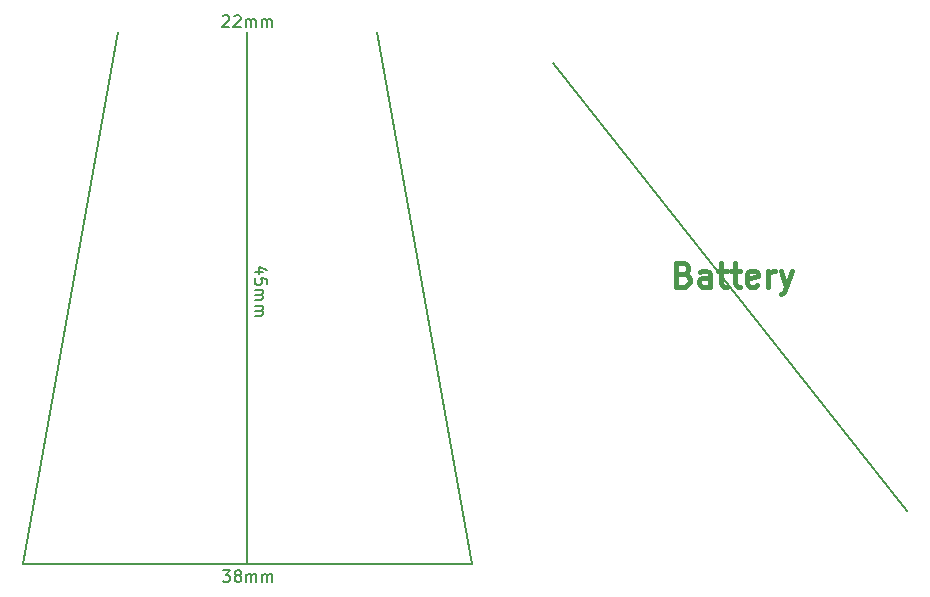
<source format=gbr>
G04 #@! TF.GenerationSoftware,KiCad,Pcbnew,(5.99.0-2290-gd34f8fd4b)*
G04 #@! TF.CreationDate,2020-11-06T19:29:51+01:00*
G04 #@! TF.ProjectId,Tympan-Nya,54796d70-616e-42d4-9e79-612e6b696361,rev?*
G04 #@! TF.SameCoordinates,PX6d878d0PY72e6100*
G04 #@! TF.FileFunction,Other,ECO1*
%FSLAX46Y46*%
G04 Gerber Fmt 4.6, Leading zero omitted, Abs format (unit mm)*
G04 Created by KiCad (PCBNEW (5.99.0-2290-gd34f8fd4b)) date 2020-11-06 19:29:51*
%MOMM*%
%LPD*%
G01*
G04 APERTURE LIST*
%ADD10C,0.150000*%
%ADD11C,0.400000*%
G04 APERTURE END LIST*
D10*
X-23512400Y7348400D02*
X-23512400Y52348400D01*
X-22232115Y31996448D02*
X-22898781Y31996448D01*
X-21851162Y32234543D02*
X-22565448Y32472639D01*
X-22565448Y31853591D01*
X-21898781Y30996448D02*
X-21898781Y31472639D01*
X-22374972Y31520258D01*
X-22327353Y31472639D01*
X-22279734Y31377400D01*
X-22279734Y31139305D01*
X-22327353Y31044067D01*
X-22374972Y30996448D01*
X-22470210Y30948829D01*
X-22708305Y30948829D01*
X-22803543Y30996448D01*
X-22851162Y31044067D01*
X-22898781Y31139305D01*
X-22898781Y31377400D01*
X-22851162Y31472639D01*
X-22803543Y31520258D01*
X-22898781Y30520258D02*
X-22232115Y30520258D01*
X-22327353Y30520258D02*
X-22279734Y30472639D01*
X-22232115Y30377400D01*
X-22232115Y30234543D01*
X-22279734Y30139305D01*
X-22374972Y30091686D01*
X-22898781Y30091686D01*
X-22374972Y30091686D02*
X-22279734Y30044067D01*
X-22232115Y29948829D01*
X-22232115Y29805972D01*
X-22279734Y29710734D01*
X-22374972Y29663115D01*
X-22898781Y29663115D01*
X-22898781Y29186924D02*
X-22232115Y29186924D01*
X-22327353Y29186924D02*
X-22279734Y29139305D01*
X-22232115Y29044067D01*
X-22232115Y28901210D01*
X-22279734Y28805972D01*
X-22374972Y28758353D01*
X-22898781Y28758353D01*
X-22374972Y28758353D02*
X-22279734Y28710734D01*
X-22232115Y28615496D01*
X-22232115Y28472639D01*
X-22279734Y28377400D01*
X-22374972Y28329781D01*
X-22898781Y28329781D01*
X-25606839Y53673181D02*
X-25559220Y53720800D01*
X-25463981Y53768420D01*
X-25225886Y53768420D01*
X-25130648Y53720800D01*
X-25083029Y53673181D01*
X-25035410Y53577943D01*
X-25035410Y53482705D01*
X-25083029Y53339848D01*
X-25654458Y52768420D01*
X-25035410Y52768420D01*
X-24654458Y53673181D02*
X-24606839Y53720800D01*
X-24511600Y53768420D01*
X-24273505Y53768420D01*
X-24178267Y53720800D01*
X-24130648Y53673181D01*
X-24083029Y53577943D01*
X-24083029Y53482705D01*
X-24130648Y53339848D01*
X-24702077Y52768420D01*
X-24083029Y52768420D01*
X-23654458Y52768420D02*
X-23654458Y53435086D01*
X-23654458Y53339848D02*
X-23606839Y53387467D01*
X-23511600Y53435086D01*
X-23368743Y53435086D01*
X-23273505Y53387467D01*
X-23225886Y53292229D01*
X-23225886Y52768420D01*
X-23225886Y53292229D02*
X-23178267Y53387467D01*
X-23083029Y53435086D01*
X-22940172Y53435086D01*
X-22844934Y53387467D01*
X-22797315Y53292229D01*
X-22797315Y52768420D01*
X-22321124Y52768420D02*
X-22321124Y53435086D01*
X-22321124Y53339848D02*
X-22273505Y53387467D01*
X-22178267Y53435086D01*
X-22035410Y53435086D01*
X-21940172Y53387467D01*
X-21892553Y53292229D01*
X-21892553Y52768420D01*
X-21892553Y53292229D02*
X-21844934Y53387467D01*
X-21749696Y53435086D01*
X-21606839Y53435086D01*
X-21511600Y53387467D01*
X-21463981Y53292229D01*
X-21463981Y52768420D01*
X-25605258Y6795020D02*
X-24986210Y6795020D01*
X-25319543Y6414067D01*
X-25176686Y6414067D01*
X-25081448Y6366448D01*
X-25033829Y6318829D01*
X-24986210Y6223591D01*
X-24986210Y5985496D01*
X-25033829Y5890258D01*
X-25081448Y5842639D01*
X-25176686Y5795020D01*
X-25462400Y5795020D01*
X-25557639Y5842639D01*
X-25605258Y5890258D01*
X-24414781Y6366448D02*
X-24510020Y6414067D01*
X-24557639Y6461686D01*
X-24605258Y6556924D01*
X-24605258Y6604543D01*
X-24557639Y6699781D01*
X-24510020Y6747400D01*
X-24414781Y6795020D01*
X-24224305Y6795020D01*
X-24129067Y6747400D01*
X-24081448Y6699781D01*
X-24033829Y6604543D01*
X-24033829Y6556924D01*
X-24081448Y6461686D01*
X-24129067Y6414067D01*
X-24224305Y6366448D01*
X-24414781Y6366448D01*
X-24510020Y6318829D01*
X-24557639Y6271210D01*
X-24605258Y6175972D01*
X-24605258Y5985496D01*
X-24557639Y5890258D01*
X-24510020Y5842639D01*
X-24414781Y5795020D01*
X-24224305Y5795020D01*
X-24129067Y5842639D01*
X-24081448Y5890258D01*
X-24033829Y5985496D01*
X-24033829Y6175972D01*
X-24081448Y6271210D01*
X-24129067Y6318829D01*
X-24224305Y6366448D01*
X-23605258Y5795020D02*
X-23605258Y6461686D01*
X-23605258Y6366448D02*
X-23557639Y6414067D01*
X-23462400Y6461686D01*
X-23319543Y6461686D01*
X-23224305Y6414067D01*
X-23176686Y6318829D01*
X-23176686Y5795020D01*
X-23176686Y6318829D02*
X-23129067Y6414067D01*
X-23033829Y6461686D01*
X-22890972Y6461686D01*
X-22795734Y6414067D01*
X-22748115Y6318829D01*
X-22748115Y5795020D01*
X-22271924Y5795020D02*
X-22271924Y6461686D01*
X-22271924Y6366448D02*
X-22224305Y6414067D01*
X-22129067Y6461686D01*
X-21986210Y6461686D01*
X-21890972Y6414067D01*
X-21843353Y6318829D01*
X-21843353Y5795020D01*
X-21843353Y6318829D02*
X-21795734Y6414067D01*
X-21700496Y6461686D01*
X-21557639Y6461686D01*
X-21462400Y6414067D01*
X-21414781Y6318829D01*
X-21414781Y5795020D01*
X-4512400Y7348400D02*
X-12512400Y52348400D01*
X-34511400Y52348400D02*
X-42512400Y7348400D01*
X-42512400Y7348400D02*
X-4512400Y7348400D01*
D11*
X13442742Y31849858D02*
X13728457Y31754620D01*
X13823695Y31659381D01*
X13918933Y31468905D01*
X13918933Y31183191D01*
X13823695Y30992715D01*
X13728457Y30897477D01*
X13537980Y30802239D01*
X12776076Y30802239D01*
X12776076Y32802239D01*
X13442742Y32802239D01*
X13633219Y32707000D01*
X13728457Y32611762D01*
X13823695Y32421286D01*
X13823695Y32230810D01*
X13728457Y32040334D01*
X13633219Y31945096D01*
X13442742Y31849858D01*
X12776076Y31849858D01*
X15633219Y30802239D02*
X15633219Y31849858D01*
X15537980Y32040334D01*
X15347504Y32135572D01*
X14966552Y32135572D01*
X14776076Y32040334D01*
X15633219Y30897477D02*
X15442742Y30802239D01*
X14966552Y30802239D01*
X14776076Y30897477D01*
X14680838Y31087953D01*
X14680838Y31278429D01*
X14776076Y31468905D01*
X14966552Y31564143D01*
X15442742Y31564143D01*
X15633219Y31659381D01*
X16299885Y32135572D02*
X17061790Y32135572D01*
X16585600Y32802239D02*
X16585600Y31087953D01*
X16680838Y30897477D01*
X16871314Y30802239D01*
X17061790Y30802239D01*
X17442742Y32135572D02*
X18204647Y32135572D01*
X17728457Y32802239D02*
X17728457Y31087953D01*
X17823695Y30897477D01*
X18014171Y30802239D01*
X18204647Y30802239D01*
X19633219Y30897477D02*
X19442742Y30802239D01*
X19061790Y30802239D01*
X18871314Y30897477D01*
X18776076Y31087953D01*
X18776076Y31849858D01*
X18871314Y32040334D01*
X19061790Y32135572D01*
X19442742Y32135572D01*
X19633219Y32040334D01*
X19728457Y31849858D01*
X19728457Y31659381D01*
X18776076Y31468905D01*
X20585600Y30802239D02*
X20585600Y32135572D01*
X20585600Y31754620D02*
X20680838Y31945096D01*
X20776076Y32040334D01*
X20966552Y32135572D01*
X21157028Y32135572D01*
X21633219Y32135572D02*
X22109409Y30802239D01*
X22585600Y32135572D02*
X22109409Y30802239D01*
X21918933Y30326048D01*
X21823695Y30230810D01*
X21633219Y30135572D01*
D10*
X2317600Y49768000D02*
X32317600Y11768000D01*
M02*

</source>
